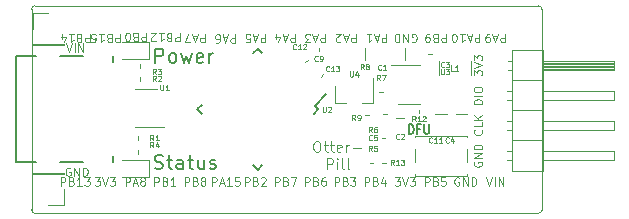
<source format=gto>
G04 #@! TF.GenerationSoftware,KiCad,Pcbnew,5.1.5+dfsg1-2build2*
G04 #@! TF.CreationDate,2020-09-14T17:30:23+02:00*
G04 #@! TF.ProjectId,OtterPillG,4f747465-7250-4696-9c6c-472e6b696361,rev?*
G04 #@! TF.SameCoordinates,Original*
G04 #@! TF.FileFunction,Legend,Top*
G04 #@! TF.FilePolarity,Positive*
%FSLAX46Y46*%
G04 Gerber Fmt 4.6, Leading zero omitted, Abs format (unit mm)*
G04 Created by KiCad (PCBNEW 5.1.5+dfsg1-2build2) date 2020-09-14 17:30:23*
%MOMM*%
%LPD*%
G04 APERTURE LIST*
%ADD10C,0.120000*%
%ADD11C,0.100000*%
%ADD12C,0.150000*%
%ADD13C,0.050000*%
%ADD14C,0.112500*%
G04 APERTURE END LIST*
D10*
X44078571Y-31272142D02*
X44250000Y-31272142D01*
X44335714Y-31315000D01*
X44421428Y-31400714D01*
X44464285Y-31572142D01*
X44464285Y-31872142D01*
X44421428Y-32043571D01*
X44335714Y-32129285D01*
X44250000Y-32172142D01*
X44078571Y-32172142D01*
X43992857Y-32129285D01*
X43907142Y-32043571D01*
X43864285Y-31872142D01*
X43864285Y-31572142D01*
X43907142Y-31400714D01*
X43992857Y-31315000D01*
X44078571Y-31272142D01*
X44721428Y-31572142D02*
X45064285Y-31572142D01*
X44850000Y-31272142D02*
X44850000Y-32043571D01*
X44892857Y-32129285D01*
X44978571Y-32172142D01*
X45064285Y-32172142D01*
X45235714Y-31572142D02*
X45578571Y-31572142D01*
X45364285Y-31272142D02*
X45364285Y-32043571D01*
X45407142Y-32129285D01*
X45492857Y-32172142D01*
X45578571Y-32172142D01*
X46221428Y-32129285D02*
X46135714Y-32172142D01*
X45964285Y-32172142D01*
X45878571Y-32129285D01*
X45835714Y-32043571D01*
X45835714Y-31700714D01*
X45878571Y-31615000D01*
X45964285Y-31572142D01*
X46135714Y-31572142D01*
X46221428Y-31615000D01*
X46264285Y-31700714D01*
X46264285Y-31786428D01*
X45835714Y-31872142D01*
X46650000Y-32172142D02*
X46650000Y-31572142D01*
X46650000Y-31743571D02*
X46692857Y-31657857D01*
X46735714Y-31615000D01*
X46821428Y-31572142D01*
X46907142Y-31572142D01*
X47207142Y-31829285D02*
X47892857Y-31829285D01*
X44978571Y-33642142D02*
X44978571Y-32742142D01*
X45321428Y-32742142D01*
X45407142Y-32785000D01*
X45450000Y-32827857D01*
X45492857Y-32913571D01*
X45492857Y-33042142D01*
X45450000Y-33127857D01*
X45407142Y-33170714D01*
X45321428Y-33213571D01*
X44978571Y-33213571D01*
X45878571Y-33642142D02*
X45878571Y-33042142D01*
X45878571Y-32742142D02*
X45835714Y-32785000D01*
X45878571Y-32827857D01*
X45921428Y-32785000D01*
X45878571Y-32742142D01*
X45878571Y-32827857D01*
X46435714Y-33642142D02*
X46350000Y-33599285D01*
X46307142Y-33513571D01*
X46307142Y-32742142D01*
X46907142Y-33642142D02*
X46821428Y-33599285D01*
X46778571Y-33513571D01*
X46778571Y-32742142D01*
D11*
X57436666Y-25706666D02*
X57436666Y-25273333D01*
X57703333Y-25506666D01*
X57703333Y-25406666D01*
X57736666Y-25340000D01*
X57770000Y-25306666D01*
X57836666Y-25273333D01*
X58003333Y-25273333D01*
X58070000Y-25306666D01*
X58103333Y-25340000D01*
X58136666Y-25406666D01*
X58136666Y-25606666D01*
X58103333Y-25673333D01*
X58070000Y-25706666D01*
X57436666Y-25073333D02*
X58136666Y-24840000D01*
X57436666Y-24606666D01*
X57436666Y-24440000D02*
X57436666Y-24006666D01*
X57703333Y-24240000D01*
X57703333Y-24140000D01*
X57736666Y-24073333D01*
X57770000Y-24040000D01*
X57836666Y-24006666D01*
X58003333Y-24006666D01*
X58070000Y-24040000D01*
X58103333Y-24073333D01*
X58136666Y-24140000D01*
X58136666Y-24340000D01*
X58103333Y-24406666D01*
X58070000Y-24440000D01*
X22943333Y-22986666D02*
X23176666Y-23686666D01*
X23410000Y-22986666D01*
X23643333Y-23686666D02*
X23643333Y-22986666D01*
X23976666Y-23686666D02*
X23976666Y-22986666D01*
X24376666Y-23686666D01*
X24376666Y-22986666D01*
X23276666Y-33540000D02*
X23210000Y-33506666D01*
X23110000Y-33506666D01*
X23010000Y-33540000D01*
X22943333Y-33606666D01*
X22910000Y-33673333D01*
X22876666Y-33806666D01*
X22876666Y-33906666D01*
X22910000Y-34040000D01*
X22943333Y-34106666D01*
X23010000Y-34173333D01*
X23110000Y-34206666D01*
X23176666Y-34206666D01*
X23276666Y-34173333D01*
X23310000Y-34140000D01*
X23310000Y-33906666D01*
X23176666Y-33906666D01*
X23610000Y-34206666D02*
X23610000Y-33506666D01*
X24010000Y-34206666D01*
X24010000Y-33506666D01*
X24343333Y-34206666D02*
X24343333Y-33506666D01*
X24510000Y-33506666D01*
X24610000Y-33540000D01*
X24676666Y-33606666D01*
X24710000Y-33673333D01*
X24743333Y-33806666D01*
X24743333Y-33906666D01*
X24710000Y-34040000D01*
X24676666Y-34106666D01*
X24610000Y-34173333D01*
X24510000Y-34206666D01*
X24343333Y-34206666D01*
X29696666Y-22093333D02*
X29696666Y-22793333D01*
X29430000Y-22793333D01*
X29363333Y-22760000D01*
X29330000Y-22726666D01*
X29296666Y-22660000D01*
X29296666Y-22560000D01*
X29330000Y-22493333D01*
X29363333Y-22460000D01*
X29430000Y-22426666D01*
X29696666Y-22426666D01*
X28763333Y-22460000D02*
X28663333Y-22426666D01*
X28630000Y-22393333D01*
X28596666Y-22326666D01*
X28596666Y-22226666D01*
X28630000Y-22160000D01*
X28663333Y-22126666D01*
X28730000Y-22093333D01*
X28996666Y-22093333D01*
X28996666Y-22793333D01*
X28763333Y-22793333D01*
X28696666Y-22760000D01*
X28663333Y-22726666D01*
X28630000Y-22660000D01*
X28630000Y-22593333D01*
X28663333Y-22526666D01*
X28696666Y-22493333D01*
X28763333Y-22460000D01*
X28996666Y-22460000D01*
X28163333Y-22793333D02*
X28096666Y-22793333D01*
X28030000Y-22760000D01*
X27996666Y-22726666D01*
X27963333Y-22660000D01*
X27930000Y-22526666D01*
X27930000Y-22360000D01*
X27963333Y-22226666D01*
X27996666Y-22160000D01*
X28030000Y-22126666D01*
X28096666Y-22093333D01*
X28163333Y-22093333D01*
X28230000Y-22126666D01*
X28263333Y-22160000D01*
X28296666Y-22226666D01*
X28330000Y-22360000D01*
X28330000Y-22526666D01*
X28296666Y-22660000D01*
X28263333Y-22726666D01*
X28230000Y-22760000D01*
X28163333Y-22793333D01*
X24925000Y-22183333D02*
X24925000Y-22883333D01*
X24658333Y-22883333D01*
X24591666Y-22850000D01*
X24558333Y-22816666D01*
X24525000Y-22750000D01*
X24525000Y-22650000D01*
X24558333Y-22583333D01*
X24591666Y-22550000D01*
X24658333Y-22516666D01*
X24925000Y-22516666D01*
X23991666Y-22550000D02*
X23891666Y-22516666D01*
X23858333Y-22483333D01*
X23825000Y-22416666D01*
X23825000Y-22316666D01*
X23858333Y-22250000D01*
X23891666Y-22216666D01*
X23958333Y-22183333D01*
X24225000Y-22183333D01*
X24225000Y-22883333D01*
X23991666Y-22883333D01*
X23925000Y-22850000D01*
X23891666Y-22816666D01*
X23858333Y-22750000D01*
X23858333Y-22683333D01*
X23891666Y-22616666D01*
X23925000Y-22583333D01*
X23991666Y-22550000D01*
X24225000Y-22550000D01*
X23158333Y-22183333D02*
X23558333Y-22183333D01*
X23358333Y-22183333D02*
X23358333Y-22883333D01*
X23425000Y-22783333D01*
X23491666Y-22716666D01*
X23558333Y-22683333D01*
X22558333Y-22650000D02*
X22558333Y-22183333D01*
X22725000Y-22916666D02*
X22891666Y-22416666D01*
X22458333Y-22416666D01*
X27475000Y-22183333D02*
X27475000Y-22883333D01*
X27208333Y-22883333D01*
X27141666Y-22850000D01*
X27108333Y-22816666D01*
X27075000Y-22750000D01*
X27075000Y-22650000D01*
X27108333Y-22583333D01*
X27141666Y-22550000D01*
X27208333Y-22516666D01*
X27475000Y-22516666D01*
X26541666Y-22550000D02*
X26441666Y-22516666D01*
X26408333Y-22483333D01*
X26375000Y-22416666D01*
X26375000Y-22316666D01*
X26408333Y-22250000D01*
X26441666Y-22216666D01*
X26508333Y-22183333D01*
X26775000Y-22183333D01*
X26775000Y-22883333D01*
X26541666Y-22883333D01*
X26475000Y-22850000D01*
X26441666Y-22816666D01*
X26408333Y-22750000D01*
X26408333Y-22683333D01*
X26441666Y-22616666D01*
X26475000Y-22583333D01*
X26541666Y-22550000D01*
X26775000Y-22550000D01*
X25708333Y-22183333D02*
X26108333Y-22183333D01*
X25908333Y-22183333D02*
X25908333Y-22883333D01*
X25975000Y-22783333D01*
X26041666Y-22716666D01*
X26108333Y-22683333D01*
X25075000Y-22883333D02*
X25408333Y-22883333D01*
X25441666Y-22550000D01*
X25408333Y-22583333D01*
X25341666Y-22616666D01*
X25175000Y-22616666D01*
X25108333Y-22583333D01*
X25075000Y-22550000D01*
X25041666Y-22483333D01*
X25041666Y-22316666D01*
X25075000Y-22250000D01*
X25108333Y-22216666D01*
X25175000Y-22183333D01*
X25341666Y-22183333D01*
X25408333Y-22216666D01*
X25441666Y-22250000D01*
X32550000Y-22133333D02*
X32550000Y-22833333D01*
X32283333Y-22833333D01*
X32216666Y-22800000D01*
X32183333Y-22766666D01*
X32150000Y-22700000D01*
X32150000Y-22600000D01*
X32183333Y-22533333D01*
X32216666Y-22500000D01*
X32283333Y-22466666D01*
X32550000Y-22466666D01*
X31616666Y-22500000D02*
X31516666Y-22466666D01*
X31483333Y-22433333D01*
X31450000Y-22366666D01*
X31450000Y-22266666D01*
X31483333Y-22200000D01*
X31516666Y-22166666D01*
X31583333Y-22133333D01*
X31850000Y-22133333D01*
X31850000Y-22833333D01*
X31616666Y-22833333D01*
X31550000Y-22800000D01*
X31516666Y-22766666D01*
X31483333Y-22700000D01*
X31483333Y-22633333D01*
X31516666Y-22566666D01*
X31550000Y-22533333D01*
X31616666Y-22500000D01*
X31850000Y-22500000D01*
X30783333Y-22133333D02*
X31183333Y-22133333D01*
X30983333Y-22133333D02*
X30983333Y-22833333D01*
X31050000Y-22733333D01*
X31116666Y-22666666D01*
X31183333Y-22633333D01*
X30516666Y-22766666D02*
X30483333Y-22800000D01*
X30416666Y-22833333D01*
X30250000Y-22833333D01*
X30183333Y-22800000D01*
X30150000Y-22766666D01*
X30116666Y-22700000D01*
X30116666Y-22633333D01*
X30150000Y-22533333D01*
X30550000Y-22133333D01*
X30116666Y-22133333D01*
X34666666Y-22183333D02*
X34666666Y-22883333D01*
X34400000Y-22883333D01*
X34333333Y-22850000D01*
X34300000Y-22816666D01*
X34266666Y-22750000D01*
X34266666Y-22650000D01*
X34300000Y-22583333D01*
X34333333Y-22550000D01*
X34400000Y-22516666D01*
X34666666Y-22516666D01*
X34000000Y-22383333D02*
X33666666Y-22383333D01*
X34066666Y-22183333D02*
X33833333Y-22883333D01*
X33600000Y-22183333D01*
X33433333Y-22883333D02*
X32966666Y-22883333D01*
X33266666Y-22183333D01*
X37241666Y-22233333D02*
X37241666Y-22933333D01*
X36975000Y-22933333D01*
X36908333Y-22900000D01*
X36875000Y-22866666D01*
X36841666Y-22800000D01*
X36841666Y-22700000D01*
X36875000Y-22633333D01*
X36908333Y-22600000D01*
X36975000Y-22566666D01*
X37241666Y-22566666D01*
X36575000Y-22433333D02*
X36241666Y-22433333D01*
X36641666Y-22233333D02*
X36408333Y-22933333D01*
X36175000Y-22233333D01*
X35641666Y-22933333D02*
X35775000Y-22933333D01*
X35841666Y-22900000D01*
X35875000Y-22866666D01*
X35941666Y-22766666D01*
X35975000Y-22633333D01*
X35975000Y-22366666D01*
X35941666Y-22300000D01*
X35908333Y-22266666D01*
X35841666Y-22233333D01*
X35708333Y-22233333D01*
X35641666Y-22266666D01*
X35608333Y-22300000D01*
X35575000Y-22366666D01*
X35575000Y-22533333D01*
X35608333Y-22600000D01*
X35641666Y-22633333D01*
X35708333Y-22666666D01*
X35841666Y-22666666D01*
X35908333Y-22633333D01*
X35941666Y-22600000D01*
X35975000Y-22533333D01*
X39791666Y-22183333D02*
X39791666Y-22883333D01*
X39525000Y-22883333D01*
X39458333Y-22850000D01*
X39425000Y-22816666D01*
X39391666Y-22750000D01*
X39391666Y-22650000D01*
X39425000Y-22583333D01*
X39458333Y-22550000D01*
X39525000Y-22516666D01*
X39791666Y-22516666D01*
X39125000Y-22383333D02*
X38791666Y-22383333D01*
X39191666Y-22183333D02*
X38958333Y-22883333D01*
X38725000Y-22183333D01*
X38158333Y-22883333D02*
X38491666Y-22883333D01*
X38525000Y-22550000D01*
X38491666Y-22583333D01*
X38425000Y-22616666D01*
X38258333Y-22616666D01*
X38191666Y-22583333D01*
X38158333Y-22550000D01*
X38125000Y-22483333D01*
X38125000Y-22316666D01*
X38158333Y-22250000D01*
X38191666Y-22216666D01*
X38258333Y-22183333D01*
X38425000Y-22183333D01*
X38491666Y-22216666D01*
X38525000Y-22250000D01*
X42316666Y-22183333D02*
X42316666Y-22883333D01*
X42050000Y-22883333D01*
X41983333Y-22850000D01*
X41950000Y-22816666D01*
X41916666Y-22750000D01*
X41916666Y-22650000D01*
X41950000Y-22583333D01*
X41983333Y-22550000D01*
X42050000Y-22516666D01*
X42316666Y-22516666D01*
X41650000Y-22383333D02*
X41316666Y-22383333D01*
X41716666Y-22183333D02*
X41483333Y-22883333D01*
X41250000Y-22183333D01*
X40716666Y-22650000D02*
X40716666Y-22183333D01*
X40883333Y-22916666D02*
X41050000Y-22416666D01*
X40616666Y-22416666D01*
X44841666Y-22183333D02*
X44841666Y-22883333D01*
X44575000Y-22883333D01*
X44508333Y-22850000D01*
X44475000Y-22816666D01*
X44441666Y-22750000D01*
X44441666Y-22650000D01*
X44475000Y-22583333D01*
X44508333Y-22550000D01*
X44575000Y-22516666D01*
X44841666Y-22516666D01*
X44175000Y-22383333D02*
X43841666Y-22383333D01*
X44241666Y-22183333D02*
X44008333Y-22883333D01*
X43775000Y-22183333D01*
X43608333Y-22883333D02*
X43175000Y-22883333D01*
X43408333Y-22616666D01*
X43308333Y-22616666D01*
X43241666Y-22583333D01*
X43208333Y-22550000D01*
X43175000Y-22483333D01*
X43175000Y-22316666D01*
X43208333Y-22250000D01*
X43241666Y-22216666D01*
X43308333Y-22183333D01*
X43508333Y-22183333D01*
X43575000Y-22216666D01*
X43608333Y-22250000D01*
X47446666Y-22183333D02*
X47446666Y-22883333D01*
X47180000Y-22883333D01*
X47113333Y-22850000D01*
X47080000Y-22816666D01*
X47046666Y-22750000D01*
X47046666Y-22650000D01*
X47080000Y-22583333D01*
X47113333Y-22550000D01*
X47180000Y-22516666D01*
X47446666Y-22516666D01*
X46780000Y-22383333D02*
X46446666Y-22383333D01*
X46846666Y-22183333D02*
X46613333Y-22883333D01*
X46380000Y-22183333D01*
X46180000Y-22816666D02*
X46146666Y-22850000D01*
X46080000Y-22883333D01*
X45913333Y-22883333D01*
X45846666Y-22850000D01*
X45813333Y-22816666D01*
X45780000Y-22750000D01*
X45780000Y-22683333D01*
X45813333Y-22583333D01*
X46213333Y-22183333D01*
X45780000Y-22183333D01*
X50046666Y-22183333D02*
X50046666Y-22883333D01*
X49780000Y-22883333D01*
X49713333Y-22850000D01*
X49680000Y-22816666D01*
X49646666Y-22750000D01*
X49646666Y-22650000D01*
X49680000Y-22583333D01*
X49713333Y-22550000D01*
X49780000Y-22516666D01*
X50046666Y-22516666D01*
X49380000Y-22383333D02*
X49046666Y-22383333D01*
X49446666Y-22183333D02*
X49213333Y-22883333D01*
X48980000Y-22183333D01*
X48380000Y-22183333D02*
X48780000Y-22183333D01*
X48580000Y-22183333D02*
X48580000Y-22883333D01*
X48646666Y-22783333D01*
X48713333Y-22716666D01*
X48780000Y-22683333D01*
X52208333Y-22850000D02*
X52275000Y-22883333D01*
X52375000Y-22883333D01*
X52475000Y-22850000D01*
X52541666Y-22783333D01*
X52575000Y-22716666D01*
X52608333Y-22583333D01*
X52608333Y-22483333D01*
X52575000Y-22350000D01*
X52541666Y-22283333D01*
X52475000Y-22216666D01*
X52375000Y-22183333D01*
X52308333Y-22183333D01*
X52208333Y-22216666D01*
X52175000Y-22250000D01*
X52175000Y-22483333D01*
X52308333Y-22483333D01*
X51875000Y-22183333D02*
X51875000Y-22883333D01*
X51475000Y-22183333D01*
X51475000Y-22883333D01*
X51141666Y-22183333D02*
X51141666Y-22883333D01*
X50975000Y-22883333D01*
X50875000Y-22850000D01*
X50808333Y-22783333D01*
X50775000Y-22716666D01*
X50741666Y-22583333D01*
X50741666Y-22483333D01*
X50775000Y-22350000D01*
X50808333Y-22283333D01*
X50875000Y-22216666D01*
X50975000Y-22183333D01*
X51141666Y-22183333D01*
X55091666Y-22183333D02*
X55091666Y-22883333D01*
X54825000Y-22883333D01*
X54758333Y-22850000D01*
X54725000Y-22816666D01*
X54691666Y-22750000D01*
X54691666Y-22650000D01*
X54725000Y-22583333D01*
X54758333Y-22550000D01*
X54825000Y-22516666D01*
X55091666Y-22516666D01*
X54158333Y-22550000D02*
X54058333Y-22516666D01*
X54025000Y-22483333D01*
X53991666Y-22416666D01*
X53991666Y-22316666D01*
X54025000Y-22250000D01*
X54058333Y-22216666D01*
X54125000Y-22183333D01*
X54391666Y-22183333D01*
X54391666Y-22883333D01*
X54158333Y-22883333D01*
X54091666Y-22850000D01*
X54058333Y-22816666D01*
X54025000Y-22750000D01*
X54025000Y-22683333D01*
X54058333Y-22616666D01*
X54091666Y-22583333D01*
X54158333Y-22550000D01*
X54391666Y-22550000D01*
X53658333Y-22183333D02*
X53525000Y-22183333D01*
X53458333Y-22216666D01*
X53425000Y-22250000D01*
X53358333Y-22350000D01*
X53325000Y-22483333D01*
X53325000Y-22750000D01*
X53358333Y-22816666D01*
X53391666Y-22850000D01*
X53458333Y-22883333D01*
X53591666Y-22883333D01*
X53658333Y-22850000D01*
X53691666Y-22816666D01*
X53725000Y-22750000D01*
X53725000Y-22583333D01*
X53691666Y-22516666D01*
X53658333Y-22483333D01*
X53591666Y-22450000D01*
X53458333Y-22450000D01*
X53391666Y-22483333D01*
X53358333Y-22516666D01*
X53325000Y-22583333D01*
X57925000Y-22183333D02*
X57925000Y-22883333D01*
X57658333Y-22883333D01*
X57591666Y-22850000D01*
X57558333Y-22816666D01*
X57525000Y-22750000D01*
X57525000Y-22650000D01*
X57558333Y-22583333D01*
X57591666Y-22550000D01*
X57658333Y-22516666D01*
X57925000Y-22516666D01*
X57258333Y-22383333D02*
X56925000Y-22383333D01*
X57325000Y-22183333D02*
X57091666Y-22883333D01*
X56858333Y-22183333D01*
X56258333Y-22183333D02*
X56658333Y-22183333D01*
X56458333Y-22183333D02*
X56458333Y-22883333D01*
X56525000Y-22783333D01*
X56591666Y-22716666D01*
X56658333Y-22683333D01*
X55825000Y-22883333D02*
X55758333Y-22883333D01*
X55691666Y-22850000D01*
X55658333Y-22816666D01*
X55625000Y-22750000D01*
X55591666Y-22616666D01*
X55591666Y-22450000D01*
X55625000Y-22316666D01*
X55658333Y-22250000D01*
X55691666Y-22216666D01*
X55758333Y-22183333D01*
X55825000Y-22183333D01*
X55891666Y-22216666D01*
X55925000Y-22250000D01*
X55958333Y-22316666D01*
X55991666Y-22450000D01*
X55991666Y-22616666D01*
X55958333Y-22750000D01*
X55925000Y-22816666D01*
X55891666Y-22850000D01*
X55825000Y-22883333D01*
X60091666Y-22183333D02*
X60091666Y-22883333D01*
X59825000Y-22883333D01*
X59758333Y-22850000D01*
X59725000Y-22816666D01*
X59691666Y-22750000D01*
X59691666Y-22650000D01*
X59725000Y-22583333D01*
X59758333Y-22550000D01*
X59825000Y-22516666D01*
X60091666Y-22516666D01*
X59425000Y-22383333D02*
X59091666Y-22383333D01*
X59491666Y-22183333D02*
X59258333Y-22883333D01*
X59025000Y-22183333D01*
X58758333Y-22183333D02*
X58625000Y-22183333D01*
X58558333Y-22216666D01*
X58525000Y-22250000D01*
X58458333Y-22350000D01*
X58425000Y-22483333D01*
X58425000Y-22750000D01*
X58458333Y-22816666D01*
X58491666Y-22850000D01*
X58558333Y-22883333D01*
X58691666Y-22883333D01*
X58758333Y-22850000D01*
X58791666Y-22816666D01*
X58825000Y-22750000D01*
X58825000Y-22583333D01*
X58791666Y-22516666D01*
X58758333Y-22483333D01*
X58691666Y-22450000D01*
X58558333Y-22450000D01*
X58491666Y-22483333D01*
X58458333Y-22516666D01*
X58425000Y-22583333D01*
X58508333Y-34341666D02*
X58741666Y-35041666D01*
X58975000Y-34341666D01*
X59208333Y-35041666D02*
X59208333Y-34341666D01*
X59541666Y-35041666D02*
X59541666Y-34341666D01*
X59941666Y-35041666D01*
X59941666Y-34341666D01*
X56191666Y-34375000D02*
X56125000Y-34341666D01*
X56025000Y-34341666D01*
X55925000Y-34375000D01*
X55858333Y-34441666D01*
X55825000Y-34508333D01*
X55791666Y-34641666D01*
X55791666Y-34741666D01*
X55825000Y-34875000D01*
X55858333Y-34941666D01*
X55925000Y-35008333D01*
X56025000Y-35041666D01*
X56091666Y-35041666D01*
X56191666Y-35008333D01*
X56225000Y-34975000D01*
X56225000Y-34741666D01*
X56091666Y-34741666D01*
X56525000Y-35041666D02*
X56525000Y-34341666D01*
X56925000Y-35041666D01*
X56925000Y-34341666D01*
X57258333Y-35041666D02*
X57258333Y-34341666D01*
X57425000Y-34341666D01*
X57525000Y-34375000D01*
X57591666Y-34441666D01*
X57625000Y-34508333D01*
X57658333Y-34641666D01*
X57658333Y-34741666D01*
X57625000Y-34875000D01*
X57591666Y-34941666D01*
X57525000Y-35008333D01*
X57425000Y-35041666D01*
X57258333Y-35041666D01*
X53308333Y-35041666D02*
X53308333Y-34341666D01*
X53575000Y-34341666D01*
X53641666Y-34375000D01*
X53675000Y-34408333D01*
X53708333Y-34475000D01*
X53708333Y-34575000D01*
X53675000Y-34641666D01*
X53641666Y-34675000D01*
X53575000Y-34708333D01*
X53308333Y-34708333D01*
X54241666Y-34675000D02*
X54341666Y-34708333D01*
X54375000Y-34741666D01*
X54408333Y-34808333D01*
X54408333Y-34908333D01*
X54375000Y-34975000D01*
X54341666Y-35008333D01*
X54275000Y-35041666D01*
X54008333Y-35041666D01*
X54008333Y-34341666D01*
X54241666Y-34341666D01*
X54308333Y-34375000D01*
X54341666Y-34408333D01*
X54375000Y-34475000D01*
X54375000Y-34541666D01*
X54341666Y-34608333D01*
X54308333Y-34641666D01*
X54241666Y-34675000D01*
X54008333Y-34675000D01*
X55041666Y-34341666D02*
X54708333Y-34341666D01*
X54675000Y-34675000D01*
X54708333Y-34641666D01*
X54775000Y-34608333D01*
X54941666Y-34608333D01*
X55008333Y-34641666D01*
X55041666Y-34675000D01*
X55075000Y-34741666D01*
X55075000Y-34908333D01*
X55041666Y-34975000D01*
X55008333Y-35008333D01*
X54941666Y-35041666D01*
X54775000Y-35041666D01*
X54708333Y-35008333D01*
X54675000Y-34975000D01*
X50758333Y-34341666D02*
X51191666Y-34341666D01*
X50958333Y-34608333D01*
X51058333Y-34608333D01*
X51125000Y-34641666D01*
X51158333Y-34675000D01*
X51191666Y-34741666D01*
X51191666Y-34908333D01*
X51158333Y-34975000D01*
X51125000Y-35008333D01*
X51058333Y-35041666D01*
X50858333Y-35041666D01*
X50791666Y-35008333D01*
X50758333Y-34975000D01*
X51391666Y-34341666D02*
X51625000Y-35041666D01*
X51858333Y-34341666D01*
X52025000Y-34341666D02*
X52458333Y-34341666D01*
X52225000Y-34608333D01*
X52325000Y-34608333D01*
X52391666Y-34641666D01*
X52425000Y-34675000D01*
X52458333Y-34741666D01*
X52458333Y-34908333D01*
X52425000Y-34975000D01*
X52391666Y-35008333D01*
X52325000Y-35041666D01*
X52125000Y-35041666D01*
X52058333Y-35008333D01*
X52025000Y-34975000D01*
X48208333Y-35041666D02*
X48208333Y-34341666D01*
X48475000Y-34341666D01*
X48541666Y-34375000D01*
X48575000Y-34408333D01*
X48608333Y-34475000D01*
X48608333Y-34575000D01*
X48575000Y-34641666D01*
X48541666Y-34675000D01*
X48475000Y-34708333D01*
X48208333Y-34708333D01*
X49141666Y-34675000D02*
X49241666Y-34708333D01*
X49275000Y-34741666D01*
X49308333Y-34808333D01*
X49308333Y-34908333D01*
X49275000Y-34975000D01*
X49241666Y-35008333D01*
X49175000Y-35041666D01*
X48908333Y-35041666D01*
X48908333Y-34341666D01*
X49141666Y-34341666D01*
X49208333Y-34375000D01*
X49241666Y-34408333D01*
X49275000Y-34475000D01*
X49275000Y-34541666D01*
X49241666Y-34608333D01*
X49208333Y-34641666D01*
X49141666Y-34675000D01*
X48908333Y-34675000D01*
X49908333Y-34575000D02*
X49908333Y-35041666D01*
X49741666Y-34308333D02*
X49575000Y-34808333D01*
X50008333Y-34808333D01*
X45658333Y-35041666D02*
X45658333Y-34341666D01*
X45925000Y-34341666D01*
X45991666Y-34375000D01*
X46025000Y-34408333D01*
X46058333Y-34475000D01*
X46058333Y-34575000D01*
X46025000Y-34641666D01*
X45991666Y-34675000D01*
X45925000Y-34708333D01*
X45658333Y-34708333D01*
X46591666Y-34675000D02*
X46691666Y-34708333D01*
X46725000Y-34741666D01*
X46758333Y-34808333D01*
X46758333Y-34908333D01*
X46725000Y-34975000D01*
X46691666Y-35008333D01*
X46625000Y-35041666D01*
X46358333Y-35041666D01*
X46358333Y-34341666D01*
X46591666Y-34341666D01*
X46658333Y-34375000D01*
X46691666Y-34408333D01*
X46725000Y-34475000D01*
X46725000Y-34541666D01*
X46691666Y-34608333D01*
X46658333Y-34641666D01*
X46591666Y-34675000D01*
X46358333Y-34675000D01*
X46991666Y-34341666D02*
X47425000Y-34341666D01*
X47191666Y-34608333D01*
X47291666Y-34608333D01*
X47358333Y-34641666D01*
X47391666Y-34675000D01*
X47425000Y-34741666D01*
X47425000Y-34908333D01*
X47391666Y-34975000D01*
X47358333Y-35008333D01*
X47291666Y-35041666D01*
X47091666Y-35041666D01*
X47025000Y-35008333D01*
X46991666Y-34975000D01*
X43158333Y-35041666D02*
X43158333Y-34341666D01*
X43425000Y-34341666D01*
X43491666Y-34375000D01*
X43525000Y-34408333D01*
X43558333Y-34475000D01*
X43558333Y-34575000D01*
X43525000Y-34641666D01*
X43491666Y-34675000D01*
X43425000Y-34708333D01*
X43158333Y-34708333D01*
X44091666Y-34675000D02*
X44191666Y-34708333D01*
X44225000Y-34741666D01*
X44258333Y-34808333D01*
X44258333Y-34908333D01*
X44225000Y-34975000D01*
X44191666Y-35008333D01*
X44125000Y-35041666D01*
X43858333Y-35041666D01*
X43858333Y-34341666D01*
X44091666Y-34341666D01*
X44158333Y-34375000D01*
X44191666Y-34408333D01*
X44225000Y-34475000D01*
X44225000Y-34541666D01*
X44191666Y-34608333D01*
X44158333Y-34641666D01*
X44091666Y-34675000D01*
X43858333Y-34675000D01*
X44858333Y-34341666D02*
X44725000Y-34341666D01*
X44658333Y-34375000D01*
X44625000Y-34408333D01*
X44558333Y-34508333D01*
X44525000Y-34641666D01*
X44525000Y-34908333D01*
X44558333Y-34975000D01*
X44591666Y-35008333D01*
X44658333Y-35041666D01*
X44791666Y-35041666D01*
X44858333Y-35008333D01*
X44891666Y-34975000D01*
X44925000Y-34908333D01*
X44925000Y-34741666D01*
X44891666Y-34675000D01*
X44858333Y-34641666D01*
X44791666Y-34608333D01*
X44658333Y-34608333D01*
X44591666Y-34641666D01*
X44558333Y-34675000D01*
X44525000Y-34741666D01*
X40608333Y-35041666D02*
X40608333Y-34341666D01*
X40875000Y-34341666D01*
X40941666Y-34375000D01*
X40975000Y-34408333D01*
X41008333Y-34475000D01*
X41008333Y-34575000D01*
X40975000Y-34641666D01*
X40941666Y-34675000D01*
X40875000Y-34708333D01*
X40608333Y-34708333D01*
X41541666Y-34675000D02*
X41641666Y-34708333D01*
X41675000Y-34741666D01*
X41708333Y-34808333D01*
X41708333Y-34908333D01*
X41675000Y-34975000D01*
X41641666Y-35008333D01*
X41575000Y-35041666D01*
X41308333Y-35041666D01*
X41308333Y-34341666D01*
X41541666Y-34341666D01*
X41608333Y-34375000D01*
X41641666Y-34408333D01*
X41675000Y-34475000D01*
X41675000Y-34541666D01*
X41641666Y-34608333D01*
X41608333Y-34641666D01*
X41541666Y-34675000D01*
X41308333Y-34675000D01*
X41941666Y-34341666D02*
X42408333Y-34341666D01*
X42108333Y-35041666D01*
X38058333Y-35041666D02*
X38058333Y-34341666D01*
X38325000Y-34341666D01*
X38391666Y-34375000D01*
X38425000Y-34408333D01*
X38458333Y-34475000D01*
X38458333Y-34575000D01*
X38425000Y-34641666D01*
X38391666Y-34675000D01*
X38325000Y-34708333D01*
X38058333Y-34708333D01*
X38991666Y-34675000D02*
X39091666Y-34708333D01*
X39125000Y-34741666D01*
X39158333Y-34808333D01*
X39158333Y-34908333D01*
X39125000Y-34975000D01*
X39091666Y-35008333D01*
X39025000Y-35041666D01*
X38758333Y-35041666D01*
X38758333Y-34341666D01*
X38991666Y-34341666D01*
X39058333Y-34375000D01*
X39091666Y-34408333D01*
X39125000Y-34475000D01*
X39125000Y-34541666D01*
X39091666Y-34608333D01*
X39058333Y-34641666D01*
X38991666Y-34675000D01*
X38758333Y-34675000D01*
X39425000Y-34408333D02*
X39458333Y-34375000D01*
X39525000Y-34341666D01*
X39691666Y-34341666D01*
X39758333Y-34375000D01*
X39791666Y-34408333D01*
X39825000Y-34475000D01*
X39825000Y-34541666D01*
X39791666Y-34641666D01*
X39391666Y-35041666D01*
X39825000Y-35041666D01*
X35275000Y-35041666D02*
X35275000Y-34341666D01*
X35541666Y-34341666D01*
X35608333Y-34375000D01*
X35641666Y-34408333D01*
X35675000Y-34475000D01*
X35675000Y-34575000D01*
X35641666Y-34641666D01*
X35608333Y-34675000D01*
X35541666Y-34708333D01*
X35275000Y-34708333D01*
X35941666Y-34841666D02*
X36275000Y-34841666D01*
X35875000Y-35041666D02*
X36108333Y-34341666D01*
X36341666Y-35041666D01*
X36941666Y-35041666D02*
X36541666Y-35041666D01*
X36741666Y-35041666D02*
X36741666Y-34341666D01*
X36675000Y-34441666D01*
X36608333Y-34508333D01*
X36541666Y-34541666D01*
X37575000Y-34341666D02*
X37241666Y-34341666D01*
X37208333Y-34675000D01*
X37241666Y-34641666D01*
X37308333Y-34608333D01*
X37475000Y-34608333D01*
X37541666Y-34641666D01*
X37575000Y-34675000D01*
X37608333Y-34741666D01*
X37608333Y-34908333D01*
X37575000Y-34975000D01*
X37541666Y-35008333D01*
X37475000Y-35041666D01*
X37308333Y-35041666D01*
X37241666Y-35008333D01*
X37208333Y-34975000D01*
X32958333Y-35041666D02*
X32958333Y-34341666D01*
X33225000Y-34341666D01*
X33291666Y-34375000D01*
X33325000Y-34408333D01*
X33358333Y-34475000D01*
X33358333Y-34575000D01*
X33325000Y-34641666D01*
X33291666Y-34675000D01*
X33225000Y-34708333D01*
X32958333Y-34708333D01*
X33891666Y-34675000D02*
X33991666Y-34708333D01*
X34025000Y-34741666D01*
X34058333Y-34808333D01*
X34058333Y-34908333D01*
X34025000Y-34975000D01*
X33991666Y-35008333D01*
X33925000Y-35041666D01*
X33658333Y-35041666D01*
X33658333Y-34341666D01*
X33891666Y-34341666D01*
X33958333Y-34375000D01*
X33991666Y-34408333D01*
X34025000Y-34475000D01*
X34025000Y-34541666D01*
X33991666Y-34608333D01*
X33958333Y-34641666D01*
X33891666Y-34675000D01*
X33658333Y-34675000D01*
X34458333Y-34641666D02*
X34391666Y-34608333D01*
X34358333Y-34575000D01*
X34325000Y-34508333D01*
X34325000Y-34475000D01*
X34358333Y-34408333D01*
X34391666Y-34375000D01*
X34458333Y-34341666D01*
X34591666Y-34341666D01*
X34658333Y-34375000D01*
X34691666Y-34408333D01*
X34725000Y-34475000D01*
X34725000Y-34508333D01*
X34691666Y-34575000D01*
X34658333Y-34608333D01*
X34591666Y-34641666D01*
X34458333Y-34641666D01*
X34391666Y-34675000D01*
X34358333Y-34708333D01*
X34325000Y-34775000D01*
X34325000Y-34908333D01*
X34358333Y-34975000D01*
X34391666Y-35008333D01*
X34458333Y-35041666D01*
X34591666Y-35041666D01*
X34658333Y-35008333D01*
X34691666Y-34975000D01*
X34725000Y-34908333D01*
X34725000Y-34775000D01*
X34691666Y-34708333D01*
X34658333Y-34675000D01*
X34591666Y-34641666D01*
X30408333Y-35041666D02*
X30408333Y-34341666D01*
X30675000Y-34341666D01*
X30741666Y-34375000D01*
X30775000Y-34408333D01*
X30808333Y-34475000D01*
X30808333Y-34575000D01*
X30775000Y-34641666D01*
X30741666Y-34675000D01*
X30675000Y-34708333D01*
X30408333Y-34708333D01*
X31341666Y-34675000D02*
X31441666Y-34708333D01*
X31475000Y-34741666D01*
X31508333Y-34808333D01*
X31508333Y-34908333D01*
X31475000Y-34975000D01*
X31441666Y-35008333D01*
X31375000Y-35041666D01*
X31108333Y-35041666D01*
X31108333Y-34341666D01*
X31341666Y-34341666D01*
X31408333Y-34375000D01*
X31441666Y-34408333D01*
X31475000Y-34475000D01*
X31475000Y-34541666D01*
X31441666Y-34608333D01*
X31408333Y-34641666D01*
X31341666Y-34675000D01*
X31108333Y-34675000D01*
X32175000Y-35041666D02*
X31775000Y-35041666D01*
X31975000Y-35041666D02*
X31975000Y-34341666D01*
X31908333Y-34441666D01*
X31841666Y-34508333D01*
X31775000Y-34541666D01*
X27958333Y-35041666D02*
X27958333Y-34341666D01*
X28225000Y-34341666D01*
X28291666Y-34375000D01*
X28325000Y-34408333D01*
X28358333Y-34475000D01*
X28358333Y-34575000D01*
X28325000Y-34641666D01*
X28291666Y-34675000D01*
X28225000Y-34708333D01*
X27958333Y-34708333D01*
X28625000Y-34841666D02*
X28958333Y-34841666D01*
X28558333Y-35041666D02*
X28791666Y-34341666D01*
X29025000Y-35041666D01*
X29358333Y-34641666D02*
X29291666Y-34608333D01*
X29258333Y-34575000D01*
X29225000Y-34508333D01*
X29225000Y-34475000D01*
X29258333Y-34408333D01*
X29291666Y-34375000D01*
X29358333Y-34341666D01*
X29491666Y-34341666D01*
X29558333Y-34375000D01*
X29591666Y-34408333D01*
X29625000Y-34475000D01*
X29625000Y-34508333D01*
X29591666Y-34575000D01*
X29558333Y-34608333D01*
X29491666Y-34641666D01*
X29358333Y-34641666D01*
X29291666Y-34675000D01*
X29258333Y-34708333D01*
X29225000Y-34775000D01*
X29225000Y-34908333D01*
X29258333Y-34975000D01*
X29291666Y-35008333D01*
X29358333Y-35041666D01*
X29491666Y-35041666D01*
X29558333Y-35008333D01*
X29591666Y-34975000D01*
X29625000Y-34908333D01*
X29625000Y-34775000D01*
X29591666Y-34708333D01*
X29558333Y-34675000D01*
X29491666Y-34641666D01*
X22475000Y-35041666D02*
X22475000Y-34341666D01*
X22741666Y-34341666D01*
X22808333Y-34375000D01*
X22841666Y-34408333D01*
X22875000Y-34475000D01*
X22875000Y-34575000D01*
X22841666Y-34641666D01*
X22808333Y-34675000D01*
X22741666Y-34708333D01*
X22475000Y-34708333D01*
X23408333Y-34675000D02*
X23508333Y-34708333D01*
X23541666Y-34741666D01*
X23575000Y-34808333D01*
X23575000Y-34908333D01*
X23541666Y-34975000D01*
X23508333Y-35008333D01*
X23441666Y-35041666D01*
X23175000Y-35041666D01*
X23175000Y-34341666D01*
X23408333Y-34341666D01*
X23475000Y-34375000D01*
X23508333Y-34408333D01*
X23541666Y-34475000D01*
X23541666Y-34541666D01*
X23508333Y-34608333D01*
X23475000Y-34641666D01*
X23408333Y-34675000D01*
X23175000Y-34675000D01*
X24241666Y-35041666D02*
X23841666Y-35041666D01*
X24041666Y-35041666D02*
X24041666Y-34341666D01*
X23975000Y-34441666D01*
X23908333Y-34508333D01*
X23841666Y-34541666D01*
X24475000Y-34341666D02*
X24908333Y-34341666D01*
X24675000Y-34608333D01*
X24775000Y-34608333D01*
X24841666Y-34641666D01*
X24875000Y-34675000D01*
X24908333Y-34741666D01*
X24908333Y-34908333D01*
X24875000Y-34975000D01*
X24841666Y-35008333D01*
X24775000Y-35041666D01*
X24575000Y-35041666D01*
X24508333Y-35008333D01*
X24475000Y-34975000D01*
X25358333Y-34341666D02*
X25791666Y-34341666D01*
X25558333Y-34608333D01*
X25658333Y-34608333D01*
X25725000Y-34641666D01*
X25758333Y-34675000D01*
X25791666Y-34741666D01*
X25791666Y-34908333D01*
X25758333Y-34975000D01*
X25725000Y-35008333D01*
X25658333Y-35041666D01*
X25458333Y-35041666D01*
X25391666Y-35008333D01*
X25358333Y-34975000D01*
X25991666Y-34341666D02*
X26225000Y-35041666D01*
X26458333Y-34341666D01*
X26625000Y-34341666D02*
X27058333Y-34341666D01*
X26825000Y-34608333D01*
X26925000Y-34608333D01*
X26991666Y-34641666D01*
X27025000Y-34675000D01*
X27058333Y-34741666D01*
X27058333Y-34908333D01*
X27025000Y-34975000D01*
X26991666Y-35008333D01*
X26925000Y-35041666D01*
X26725000Y-35041666D01*
X26658333Y-35008333D01*
X26625000Y-34975000D01*
X58166666Y-28116666D02*
X57466666Y-28116666D01*
X57466666Y-27950000D01*
X57500000Y-27850000D01*
X57566666Y-27783333D01*
X57633333Y-27750000D01*
X57766666Y-27716666D01*
X57866666Y-27716666D01*
X58000000Y-27750000D01*
X58066666Y-27783333D01*
X58133333Y-27850000D01*
X58166666Y-27950000D01*
X58166666Y-28116666D01*
X58166666Y-27416666D02*
X57466666Y-27416666D01*
X57466666Y-26950000D02*
X57466666Y-26816666D01*
X57500000Y-26750000D01*
X57566666Y-26683333D01*
X57700000Y-26650000D01*
X57933333Y-26650000D01*
X58066666Y-26683333D01*
X58133333Y-26750000D01*
X58166666Y-26816666D01*
X58166666Y-26950000D01*
X58133333Y-27016666D01*
X58066666Y-27083333D01*
X57933333Y-27116666D01*
X57700000Y-27116666D01*
X57566666Y-27083333D01*
X57500000Y-27016666D01*
X57466666Y-26950000D01*
X58100000Y-30316666D02*
X58133333Y-30350000D01*
X58166666Y-30450000D01*
X58166666Y-30516666D01*
X58133333Y-30616666D01*
X58066666Y-30683333D01*
X58000000Y-30716666D01*
X57866666Y-30750000D01*
X57766666Y-30750000D01*
X57633333Y-30716666D01*
X57566666Y-30683333D01*
X57500000Y-30616666D01*
X57466666Y-30516666D01*
X57466666Y-30450000D01*
X57500000Y-30350000D01*
X57533333Y-30316666D01*
X58166666Y-29683333D02*
X58166666Y-30016666D01*
X57466666Y-30016666D01*
X58166666Y-29450000D02*
X57466666Y-29450000D01*
X58166666Y-29050000D02*
X57766666Y-29350000D01*
X57466666Y-29050000D02*
X57866666Y-29450000D01*
X57475000Y-33033333D02*
X57441666Y-33100000D01*
X57441666Y-33200000D01*
X57475000Y-33300000D01*
X57541666Y-33366666D01*
X57608333Y-33400000D01*
X57741666Y-33433333D01*
X57841666Y-33433333D01*
X57975000Y-33400000D01*
X58041666Y-33366666D01*
X58108333Y-33300000D01*
X58141666Y-33200000D01*
X58141666Y-33133333D01*
X58108333Y-33033333D01*
X58075000Y-33000000D01*
X57841666Y-33000000D01*
X57841666Y-33133333D01*
X58141666Y-32700000D02*
X57441666Y-32700000D01*
X58141666Y-32300000D01*
X57441666Y-32300000D01*
X58141666Y-31966666D02*
X57441666Y-31966666D01*
X57441666Y-31800000D01*
X57475000Y-31700000D01*
X57541666Y-31633333D01*
X57608333Y-31600000D01*
X57741666Y-31566666D01*
X57841666Y-31566666D01*
X57975000Y-31600000D01*
X58041666Y-31633333D01*
X58108333Y-31700000D01*
X58141666Y-31800000D01*
X58141666Y-31966666D01*
D12*
X51950000Y-30661904D02*
X51950000Y-29861904D01*
X52116666Y-29861904D01*
X52216666Y-29900000D01*
X52283333Y-29976190D01*
X52316666Y-30052380D01*
X52350000Y-30204761D01*
X52350000Y-30319047D01*
X52316666Y-30471428D01*
X52283333Y-30547619D01*
X52216666Y-30623809D01*
X52116666Y-30661904D01*
X51950000Y-30661904D01*
X52883333Y-30242857D02*
X52650000Y-30242857D01*
X52650000Y-30661904D02*
X52650000Y-29861904D01*
X52983333Y-29861904D01*
X53250000Y-29861904D02*
X53250000Y-30509523D01*
X53283333Y-30585714D01*
X53316666Y-30623809D01*
X53383333Y-30661904D01*
X53516666Y-30661904D01*
X53583333Y-30623809D01*
X53616666Y-30585714D01*
X53650000Y-30509523D01*
X53650000Y-29861904D01*
X30426071Y-33585714D02*
X30597500Y-33642857D01*
X30883214Y-33642857D01*
X30997500Y-33585714D01*
X31054642Y-33528571D01*
X31111785Y-33414285D01*
X31111785Y-33300000D01*
X31054642Y-33185714D01*
X30997500Y-33128571D01*
X30883214Y-33071428D01*
X30654642Y-33014285D01*
X30540357Y-32957142D01*
X30483214Y-32900000D01*
X30426071Y-32785714D01*
X30426071Y-32671428D01*
X30483214Y-32557142D01*
X30540357Y-32500000D01*
X30654642Y-32442857D01*
X30940357Y-32442857D01*
X31111785Y-32500000D01*
X31454642Y-32842857D02*
X31911785Y-32842857D01*
X31626071Y-32442857D02*
X31626071Y-33471428D01*
X31683214Y-33585714D01*
X31797500Y-33642857D01*
X31911785Y-33642857D01*
X32826071Y-33642857D02*
X32826071Y-33014285D01*
X32768928Y-32900000D01*
X32654642Y-32842857D01*
X32426071Y-32842857D01*
X32311785Y-32900000D01*
X32826071Y-33585714D02*
X32711785Y-33642857D01*
X32426071Y-33642857D01*
X32311785Y-33585714D01*
X32254642Y-33471428D01*
X32254642Y-33357142D01*
X32311785Y-33242857D01*
X32426071Y-33185714D01*
X32711785Y-33185714D01*
X32826071Y-33128571D01*
X33226071Y-32842857D02*
X33683214Y-32842857D01*
X33397500Y-32442857D02*
X33397500Y-33471428D01*
X33454642Y-33585714D01*
X33568928Y-33642857D01*
X33683214Y-33642857D01*
X34597500Y-32842857D02*
X34597500Y-33642857D01*
X34083214Y-32842857D02*
X34083214Y-33471428D01*
X34140357Y-33585714D01*
X34254642Y-33642857D01*
X34426071Y-33642857D01*
X34540357Y-33585714D01*
X34597500Y-33528571D01*
X35111785Y-33585714D02*
X35226071Y-33642857D01*
X35454642Y-33642857D01*
X35568928Y-33585714D01*
X35626071Y-33471428D01*
X35626071Y-33414285D01*
X35568928Y-33300000D01*
X35454642Y-33242857D01*
X35283214Y-33242857D01*
X35168928Y-33185714D01*
X35111785Y-33071428D01*
X35111785Y-33014285D01*
X35168928Y-32900000D01*
X35283214Y-32842857D01*
X35454642Y-32842857D01*
X35568928Y-32900000D01*
X30483214Y-24642857D02*
X30483214Y-23442857D01*
X30940357Y-23442857D01*
X31054642Y-23500000D01*
X31111785Y-23557142D01*
X31168928Y-23671428D01*
X31168928Y-23842857D01*
X31111785Y-23957142D01*
X31054642Y-24014285D01*
X30940357Y-24071428D01*
X30483214Y-24071428D01*
X31854642Y-24642857D02*
X31740357Y-24585714D01*
X31683214Y-24528571D01*
X31626071Y-24414285D01*
X31626071Y-24071428D01*
X31683214Y-23957142D01*
X31740357Y-23900000D01*
X31854642Y-23842857D01*
X32026071Y-23842857D01*
X32140357Y-23900000D01*
X32197500Y-23957142D01*
X32254642Y-24071428D01*
X32254642Y-24414285D01*
X32197500Y-24528571D01*
X32140357Y-24585714D01*
X32026071Y-24642857D01*
X31854642Y-24642857D01*
X32654642Y-23842857D02*
X32883214Y-24642857D01*
X33111785Y-24071428D01*
X33340357Y-24642857D01*
X33568928Y-23842857D01*
X34483214Y-24585714D02*
X34368928Y-24642857D01*
X34140357Y-24642857D01*
X34026071Y-24585714D01*
X33968928Y-24471428D01*
X33968928Y-24014285D01*
X34026071Y-23900000D01*
X34140357Y-23842857D01*
X34368928Y-23842857D01*
X34483214Y-23900000D01*
X34540357Y-24014285D01*
X34540357Y-24128571D01*
X33968928Y-24242857D01*
X35054642Y-24642857D02*
X35054642Y-23842857D01*
X35054642Y-24071428D02*
X35111785Y-23957142D01*
X35168928Y-23900000D01*
X35283214Y-23842857D01*
X35397500Y-23842857D01*
D13*
X63200000Y-37100000D02*
G75*
G02X62900000Y-37400000I-300000J0D01*
G01*
X62900000Y-19800000D02*
G75*
G02X63200000Y-20100000I0J-300000D01*
G01*
X20000000Y-20100000D02*
G75*
G02X20300000Y-19800000I300000J0D01*
G01*
X20300000Y-37400000D02*
G75*
G02X20000000Y-37100000I0J300000D01*
G01*
X20000000Y-37100000D02*
X20000000Y-20100000D01*
X62900000Y-37400000D02*
X20300000Y-37400000D01*
X63200000Y-20100000D02*
X63200000Y-37100000D01*
X20300000Y-19800000D02*
X62900000Y-19800000D01*
D10*
X49980000Y-33090000D02*
X49680000Y-33090000D01*
X52800000Y-28900000D02*
X52800000Y-28600000D01*
X48550000Y-29100000D02*
X48250000Y-29100000D01*
X48200000Y-24400000D02*
X48200000Y-23400000D01*
X49750000Y-27085000D02*
X49450000Y-27085000D01*
X50080000Y-28990000D02*
X49780000Y-28990000D01*
X48950000Y-33095000D02*
X48650000Y-33095000D01*
X29000000Y-32350000D02*
X29000000Y-32050000D01*
X29200000Y-25050000D02*
X29200000Y-24750000D01*
X29200000Y-25850000D02*
X29200000Y-26150000D01*
X29000000Y-30850000D02*
X29000000Y-31150000D01*
X45720000Y-28060000D02*
X45720000Y-26600000D01*
X48880000Y-28060000D02*
X48880000Y-25900000D01*
X48880000Y-28060000D02*
X47950000Y-28060000D01*
X45720000Y-28060000D02*
X46650000Y-28060000D01*
D12*
X43980420Y-28279480D02*
X44952692Y-27307208D01*
X39154416Y-33706524D02*
X39525647Y-33335293D01*
X34027892Y-28580000D02*
X34399123Y-28208769D01*
X39154416Y-23453476D02*
X38783185Y-23824707D01*
X44280940Y-28580000D02*
X43909709Y-28951231D01*
X39154416Y-23453476D02*
X39525647Y-23824707D01*
X34027892Y-28580000D02*
X34399123Y-28951231D01*
X39154416Y-33706524D02*
X38783185Y-33335293D01*
X44280940Y-28580000D02*
X43980420Y-28279480D01*
D10*
X44493934Y-25806066D02*
X44706066Y-25593934D01*
X44300000Y-23650000D02*
X44300000Y-23350000D01*
X54190000Y-28950000D02*
X55190000Y-28950000D01*
X43406066Y-24393934D02*
X43193934Y-24606066D01*
X49650000Y-31000000D02*
X49950000Y-31000000D01*
X55900000Y-28960000D02*
X56900000Y-28960000D01*
X53570000Y-23870000D02*
X53870000Y-23870000D01*
X50830000Y-29340000D02*
X51530000Y-29340000D01*
X51580000Y-23390000D02*
X51580000Y-24390000D01*
X60242929Y-32850000D02*
X60640000Y-32850000D01*
X60242929Y-32090000D02*
X60640000Y-32090000D01*
X69300000Y-32850000D02*
X63300000Y-32850000D01*
X69300000Y-32090000D02*
X69300000Y-32850000D01*
X63300000Y-32090000D02*
X69300000Y-32090000D01*
X60640000Y-31200000D02*
X63300000Y-31200000D01*
X60242929Y-30310000D02*
X60640000Y-30310000D01*
X60242929Y-29550000D02*
X60640000Y-29550000D01*
X69300000Y-30310000D02*
X63300000Y-30310000D01*
X69300000Y-29550000D02*
X69300000Y-30310000D01*
X63300000Y-29550000D02*
X69300000Y-29550000D01*
X60640000Y-28660000D02*
X63300000Y-28660000D01*
X60242929Y-27770000D02*
X60640000Y-27770000D01*
X60242929Y-27010000D02*
X60640000Y-27010000D01*
X69300000Y-27770000D02*
X63300000Y-27770000D01*
X69300000Y-27010000D02*
X69300000Y-27770000D01*
X63300000Y-27010000D02*
X69300000Y-27010000D01*
X60640000Y-26120000D02*
X63300000Y-26120000D01*
X60310000Y-25230000D02*
X60640000Y-25230000D01*
X60310000Y-24470000D02*
X60640000Y-24470000D01*
X63300000Y-25130000D02*
X69300000Y-25130000D01*
X63300000Y-25010000D02*
X69300000Y-25010000D01*
X63300000Y-24890000D02*
X69300000Y-24890000D01*
X63300000Y-24770000D02*
X69300000Y-24770000D01*
X63300000Y-24650000D02*
X69300000Y-24650000D01*
X63300000Y-24530000D02*
X69300000Y-24530000D01*
X69300000Y-25230000D02*
X63300000Y-25230000D01*
X69300000Y-24470000D02*
X69300000Y-25230000D01*
X63300000Y-24470000D02*
X69300000Y-24470000D01*
X63300000Y-23520000D02*
X60640000Y-23520000D01*
X63300000Y-33800000D02*
X63300000Y-23520000D01*
X60640000Y-33800000D02*
X63300000Y-33800000D01*
X60640000Y-23520000D02*
X60640000Y-33800000D01*
X57180000Y-24497936D02*
X57180000Y-25702064D01*
X54460000Y-24497936D02*
X54460000Y-25702064D01*
X20090000Y-20450000D02*
X21420000Y-20450000D01*
X20090000Y-21780000D02*
X20090000Y-20450000D01*
X20090000Y-23050000D02*
X22750000Y-23050000D01*
X22750000Y-23050000D02*
X22750000Y-23110000D01*
X20090000Y-23050000D02*
X20090000Y-23110000D01*
X20090000Y-23110000D02*
X22750000Y-23110000D01*
X22750000Y-34010000D02*
X20090000Y-34010000D01*
X22750000Y-34070000D02*
X22750000Y-34010000D01*
X20090000Y-34070000D02*
X20090000Y-34010000D01*
X22750000Y-34070000D02*
X20090000Y-34070000D01*
X22750000Y-35340000D02*
X22750000Y-36670000D01*
X22750000Y-36670000D02*
X21420000Y-36670000D01*
X52500000Y-34212000D02*
X56900000Y-34212000D01*
X56900000Y-34212000D02*
X56900000Y-34092000D01*
X56900000Y-33082000D02*
X56900000Y-31942000D01*
X56900000Y-30932000D02*
X56900000Y-30812000D01*
X56900000Y-30812000D02*
X52500000Y-30812000D01*
X52500000Y-30812000D02*
X52500000Y-30932000D01*
X52500000Y-31942000D02*
X52500000Y-33082000D01*
X52500000Y-34092000D02*
X52500000Y-34212000D01*
X52870000Y-24870000D02*
X50420000Y-24870000D01*
X51070000Y-28090000D02*
X52870000Y-28090000D01*
X28800000Y-30110000D02*
X31250000Y-30110000D01*
X30600000Y-26890000D02*
X28800000Y-26890000D01*
D12*
X26869999Y-32570000D02*
X26869999Y-33070000D01*
X26869999Y-24070000D02*
X26869999Y-24570000D01*
X24369999Y-24070000D02*
X22369999Y-24070000D01*
X22369999Y-33070000D02*
X24369999Y-33070000D01*
X20369999Y-33070000D02*
X18674999Y-33070000D01*
X18674999Y-24070000D02*
X20369999Y-24070000D01*
X18674999Y-33070000D02*
X18674999Y-24070000D01*
D10*
X29985000Y-32865000D02*
X27700000Y-32865000D01*
X29985000Y-34335000D02*
X29985000Y-32865000D01*
X27700000Y-34335000D02*
X29985000Y-34335000D01*
X29985000Y-22865000D02*
X27700000Y-22865000D01*
X29985000Y-24335000D02*
X29985000Y-22865000D01*
X27700000Y-24335000D02*
X29985000Y-24335000D01*
D11*
X50710714Y-33293571D02*
X50560714Y-33079285D01*
X50453571Y-33293571D02*
X50453571Y-32843571D01*
X50625000Y-32843571D01*
X50667857Y-32865000D01*
X50689285Y-32886428D01*
X50710714Y-32929285D01*
X50710714Y-32993571D01*
X50689285Y-33036428D01*
X50667857Y-33057857D01*
X50625000Y-33079285D01*
X50453571Y-33079285D01*
X51139285Y-33293571D02*
X50882142Y-33293571D01*
X51010714Y-33293571D02*
X51010714Y-32843571D01*
X50967857Y-32907857D01*
X50925000Y-32950714D01*
X50882142Y-32972142D01*
X51289285Y-32843571D02*
X51567857Y-32843571D01*
X51417857Y-33015000D01*
X51482142Y-33015000D01*
X51525000Y-33036428D01*
X51546428Y-33057857D01*
X51567857Y-33100714D01*
X51567857Y-33207857D01*
X51546428Y-33250714D01*
X51525000Y-33272142D01*
X51482142Y-33293571D01*
X51353571Y-33293571D01*
X51310714Y-33272142D01*
X51289285Y-33250714D01*
X52510714Y-29603571D02*
X52360714Y-29389285D01*
X52253571Y-29603571D02*
X52253571Y-29153571D01*
X52425000Y-29153571D01*
X52467857Y-29175000D01*
X52489285Y-29196428D01*
X52510714Y-29239285D01*
X52510714Y-29303571D01*
X52489285Y-29346428D01*
X52467857Y-29367857D01*
X52425000Y-29389285D01*
X52253571Y-29389285D01*
X52939285Y-29603571D02*
X52682142Y-29603571D01*
X52810714Y-29603571D02*
X52810714Y-29153571D01*
X52767857Y-29217857D01*
X52725000Y-29260714D01*
X52682142Y-29282142D01*
X53110714Y-29196428D02*
X53132142Y-29175000D01*
X53175000Y-29153571D01*
X53282142Y-29153571D01*
X53325000Y-29175000D01*
X53346428Y-29196428D01*
X53367857Y-29239285D01*
X53367857Y-29282142D01*
X53346428Y-29346428D01*
X53089285Y-29603571D01*
X53367857Y-29603571D01*
X47425000Y-29503571D02*
X47275000Y-29289285D01*
X47167857Y-29503571D02*
X47167857Y-29053571D01*
X47339285Y-29053571D01*
X47382142Y-29075000D01*
X47403571Y-29096428D01*
X47425000Y-29139285D01*
X47425000Y-29203571D01*
X47403571Y-29246428D01*
X47382142Y-29267857D01*
X47339285Y-29289285D01*
X47167857Y-29289285D01*
X47639285Y-29503571D02*
X47725000Y-29503571D01*
X47767857Y-29482142D01*
X47789285Y-29460714D01*
X47832142Y-29396428D01*
X47853571Y-29310714D01*
X47853571Y-29139285D01*
X47832142Y-29096428D01*
X47810714Y-29075000D01*
X47767857Y-29053571D01*
X47682142Y-29053571D01*
X47639285Y-29075000D01*
X47617857Y-29096428D01*
X47596428Y-29139285D01*
X47596428Y-29246428D01*
X47617857Y-29289285D01*
X47639285Y-29310714D01*
X47682142Y-29332142D01*
X47767857Y-29332142D01*
X47810714Y-29310714D01*
X47832142Y-29289285D01*
X47853571Y-29246428D01*
X48125000Y-25203571D02*
X47975000Y-24989285D01*
X47867857Y-25203571D02*
X47867857Y-24753571D01*
X48039285Y-24753571D01*
X48082142Y-24775000D01*
X48103571Y-24796428D01*
X48125000Y-24839285D01*
X48125000Y-24903571D01*
X48103571Y-24946428D01*
X48082142Y-24967857D01*
X48039285Y-24989285D01*
X47867857Y-24989285D01*
X48382142Y-24946428D02*
X48339285Y-24925000D01*
X48317857Y-24903571D01*
X48296428Y-24860714D01*
X48296428Y-24839285D01*
X48317857Y-24796428D01*
X48339285Y-24775000D01*
X48382142Y-24753571D01*
X48467857Y-24753571D01*
X48510714Y-24775000D01*
X48532142Y-24796428D01*
X48553571Y-24839285D01*
X48553571Y-24860714D01*
X48532142Y-24903571D01*
X48510714Y-24925000D01*
X48467857Y-24946428D01*
X48382142Y-24946428D01*
X48339285Y-24967857D01*
X48317857Y-24989285D01*
X48296428Y-25032142D01*
X48296428Y-25117857D01*
X48317857Y-25160714D01*
X48339285Y-25182142D01*
X48382142Y-25203571D01*
X48467857Y-25203571D01*
X48510714Y-25182142D01*
X48532142Y-25160714D01*
X48553571Y-25117857D01*
X48553571Y-25032142D01*
X48532142Y-24989285D01*
X48510714Y-24967857D01*
X48467857Y-24946428D01*
X49525000Y-26103571D02*
X49375000Y-25889285D01*
X49267857Y-26103571D02*
X49267857Y-25653571D01*
X49439285Y-25653571D01*
X49482142Y-25675000D01*
X49503571Y-25696428D01*
X49525000Y-25739285D01*
X49525000Y-25803571D01*
X49503571Y-25846428D01*
X49482142Y-25867857D01*
X49439285Y-25889285D01*
X49267857Y-25889285D01*
X49675000Y-25653571D02*
X49975000Y-25653571D01*
X49782142Y-26103571D01*
X48825000Y-30503571D02*
X48675000Y-30289285D01*
X48567857Y-30503571D02*
X48567857Y-30053571D01*
X48739285Y-30053571D01*
X48782142Y-30075000D01*
X48803571Y-30096428D01*
X48825000Y-30139285D01*
X48825000Y-30203571D01*
X48803571Y-30246428D01*
X48782142Y-30267857D01*
X48739285Y-30289285D01*
X48567857Y-30289285D01*
X49210714Y-30053571D02*
X49125000Y-30053571D01*
X49082142Y-30075000D01*
X49060714Y-30096428D01*
X49017857Y-30160714D01*
X48996428Y-30246428D01*
X48996428Y-30417857D01*
X49017857Y-30460714D01*
X49039285Y-30482142D01*
X49082142Y-30503571D01*
X49167857Y-30503571D01*
X49210714Y-30482142D01*
X49232142Y-30460714D01*
X49253571Y-30417857D01*
X49253571Y-30310714D01*
X49232142Y-30267857D01*
X49210714Y-30246428D01*
X49167857Y-30225000D01*
X49082142Y-30225000D01*
X49039285Y-30246428D01*
X49017857Y-30267857D01*
X48996428Y-30310714D01*
X48825000Y-32103571D02*
X48675000Y-31889285D01*
X48567857Y-32103571D02*
X48567857Y-31653571D01*
X48739285Y-31653571D01*
X48782142Y-31675000D01*
X48803571Y-31696428D01*
X48825000Y-31739285D01*
X48825000Y-31803571D01*
X48803571Y-31846428D01*
X48782142Y-31867857D01*
X48739285Y-31889285D01*
X48567857Y-31889285D01*
X49232142Y-31653571D02*
X49017857Y-31653571D01*
X48996428Y-31867857D01*
X49017857Y-31846428D01*
X49060714Y-31825000D01*
X49167857Y-31825000D01*
X49210714Y-31846428D01*
X49232142Y-31867857D01*
X49253571Y-31910714D01*
X49253571Y-32017857D01*
X49232142Y-32060714D01*
X49210714Y-32082142D01*
X49167857Y-32103571D01*
X49060714Y-32103571D01*
X49017857Y-32082142D01*
X48996428Y-32060714D01*
X30325000Y-31803571D02*
X30175000Y-31589285D01*
X30067857Y-31803571D02*
X30067857Y-31353571D01*
X30239285Y-31353571D01*
X30282142Y-31375000D01*
X30303571Y-31396428D01*
X30325000Y-31439285D01*
X30325000Y-31503571D01*
X30303571Y-31546428D01*
X30282142Y-31567857D01*
X30239285Y-31589285D01*
X30067857Y-31589285D01*
X30710714Y-31503571D02*
X30710714Y-31803571D01*
X30603571Y-31332142D02*
X30496428Y-31653571D01*
X30775000Y-31653571D01*
X30525000Y-25603571D02*
X30375000Y-25389285D01*
X30267857Y-25603571D02*
X30267857Y-25153571D01*
X30439285Y-25153571D01*
X30482142Y-25175000D01*
X30503571Y-25196428D01*
X30525000Y-25239285D01*
X30525000Y-25303571D01*
X30503571Y-25346428D01*
X30482142Y-25367857D01*
X30439285Y-25389285D01*
X30267857Y-25389285D01*
X30675000Y-25153571D02*
X30953571Y-25153571D01*
X30803571Y-25325000D01*
X30867857Y-25325000D01*
X30910714Y-25346428D01*
X30932142Y-25367857D01*
X30953571Y-25410714D01*
X30953571Y-25517857D01*
X30932142Y-25560714D01*
X30910714Y-25582142D01*
X30867857Y-25603571D01*
X30739285Y-25603571D01*
X30696428Y-25582142D01*
X30675000Y-25560714D01*
X30525000Y-26203571D02*
X30375000Y-25989285D01*
X30267857Y-26203571D02*
X30267857Y-25753571D01*
X30439285Y-25753571D01*
X30482142Y-25775000D01*
X30503571Y-25796428D01*
X30525000Y-25839285D01*
X30525000Y-25903571D01*
X30503571Y-25946428D01*
X30482142Y-25967857D01*
X30439285Y-25989285D01*
X30267857Y-25989285D01*
X30696428Y-25796428D02*
X30717857Y-25775000D01*
X30760714Y-25753571D01*
X30867857Y-25753571D01*
X30910714Y-25775000D01*
X30932142Y-25796428D01*
X30953571Y-25839285D01*
X30953571Y-25882142D01*
X30932142Y-25946428D01*
X30675000Y-26203571D01*
X30953571Y-26203571D01*
X30325000Y-31203571D02*
X30175000Y-30989285D01*
X30067857Y-31203571D02*
X30067857Y-30753571D01*
X30239285Y-30753571D01*
X30282142Y-30775000D01*
X30303571Y-30796428D01*
X30325000Y-30839285D01*
X30325000Y-30903571D01*
X30303571Y-30946428D01*
X30282142Y-30967857D01*
X30239285Y-30989285D01*
X30067857Y-30989285D01*
X30753571Y-31203571D02*
X30496428Y-31203571D01*
X30625000Y-31203571D02*
X30625000Y-30753571D01*
X30582142Y-30817857D01*
X30539285Y-30860714D01*
X30496428Y-30882142D01*
X46957142Y-25353571D02*
X46957142Y-25717857D01*
X46978571Y-25760714D01*
X47000000Y-25782142D01*
X47042857Y-25803571D01*
X47128571Y-25803571D01*
X47171428Y-25782142D01*
X47192857Y-25760714D01*
X47214285Y-25717857D01*
X47214285Y-25353571D01*
X47621428Y-25503571D02*
X47621428Y-25803571D01*
X47514285Y-25332142D02*
X47407142Y-25653571D01*
X47685714Y-25653571D01*
X44657142Y-28353571D02*
X44657142Y-28717857D01*
X44678571Y-28760714D01*
X44700000Y-28782142D01*
X44742857Y-28803571D01*
X44828571Y-28803571D01*
X44871428Y-28782142D01*
X44892857Y-28760714D01*
X44914285Y-28717857D01*
X44914285Y-28353571D01*
X45107142Y-28396428D02*
X45128571Y-28375000D01*
X45171428Y-28353571D01*
X45278571Y-28353571D01*
X45321428Y-28375000D01*
X45342857Y-28396428D01*
X45364285Y-28439285D01*
X45364285Y-28482142D01*
X45342857Y-28546428D01*
X45085714Y-28803571D01*
X45364285Y-28803571D01*
X45210714Y-25330384D02*
X45189285Y-25351812D01*
X45125000Y-25373241D01*
X45082142Y-25373241D01*
X45017857Y-25351812D01*
X44975000Y-25308955D01*
X44953571Y-25266098D01*
X44932142Y-25180384D01*
X44932142Y-25116098D01*
X44953571Y-25030384D01*
X44975000Y-24987527D01*
X45017857Y-24944670D01*
X45082142Y-24923241D01*
X45125000Y-24923241D01*
X45189285Y-24944670D01*
X45210714Y-24966098D01*
X45639285Y-25373241D02*
X45382142Y-25373241D01*
X45510714Y-25373241D02*
X45510714Y-24923241D01*
X45467857Y-24987527D01*
X45425000Y-25030384D01*
X45382142Y-25051812D01*
X45789285Y-24923241D02*
X46067857Y-24923241D01*
X45917857Y-25094670D01*
X45982142Y-25094670D01*
X46025000Y-25116098D01*
X46046428Y-25137527D01*
X46067857Y-25180384D01*
X46067857Y-25287527D01*
X46046428Y-25330384D01*
X46025000Y-25351812D01*
X45982142Y-25373241D01*
X45853571Y-25373241D01*
X45810714Y-25351812D01*
X45789285Y-25330384D01*
X42410714Y-23460714D02*
X42389285Y-23482142D01*
X42325000Y-23503571D01*
X42282142Y-23503571D01*
X42217857Y-23482142D01*
X42175000Y-23439285D01*
X42153571Y-23396428D01*
X42132142Y-23310714D01*
X42132142Y-23246428D01*
X42153571Y-23160714D01*
X42175000Y-23117857D01*
X42217857Y-23075000D01*
X42282142Y-23053571D01*
X42325000Y-23053571D01*
X42389285Y-23075000D01*
X42410714Y-23096428D01*
X42839285Y-23503571D02*
X42582142Y-23503571D01*
X42710714Y-23503571D02*
X42710714Y-23053571D01*
X42667857Y-23117857D01*
X42625000Y-23160714D01*
X42582142Y-23182142D01*
X43010714Y-23096428D02*
X43032142Y-23075000D01*
X43075000Y-23053571D01*
X43182142Y-23053571D01*
X43225000Y-23075000D01*
X43246428Y-23096428D01*
X43267857Y-23139285D01*
X43267857Y-23182142D01*
X43246428Y-23246428D01*
X42989285Y-23503571D01*
X43267857Y-23503571D01*
X53910714Y-31360714D02*
X53889285Y-31382142D01*
X53825000Y-31403571D01*
X53782142Y-31403571D01*
X53717857Y-31382142D01*
X53675000Y-31339285D01*
X53653571Y-31296428D01*
X53632142Y-31210714D01*
X53632142Y-31146428D01*
X53653571Y-31060714D01*
X53675000Y-31017857D01*
X53717857Y-30975000D01*
X53782142Y-30953571D01*
X53825000Y-30953571D01*
X53889285Y-30975000D01*
X53910714Y-30996428D01*
X54339285Y-31403571D02*
X54082142Y-31403571D01*
X54210714Y-31403571D02*
X54210714Y-30953571D01*
X54167857Y-31017857D01*
X54125000Y-31060714D01*
X54082142Y-31082142D01*
X54767857Y-31403571D02*
X54510714Y-31403571D01*
X54639285Y-31403571D02*
X54639285Y-30953571D01*
X54596428Y-31017857D01*
X54553571Y-31060714D01*
X54510714Y-31082142D01*
X44225000Y-24460714D02*
X44203571Y-24482142D01*
X44139285Y-24503571D01*
X44096428Y-24503571D01*
X44032142Y-24482142D01*
X43989285Y-24439285D01*
X43967857Y-24396428D01*
X43946428Y-24310714D01*
X43946428Y-24246428D01*
X43967857Y-24160714D01*
X43989285Y-24117857D01*
X44032142Y-24075000D01*
X44096428Y-24053571D01*
X44139285Y-24053571D01*
X44203571Y-24075000D01*
X44225000Y-24096428D01*
X44439285Y-24503571D02*
X44525000Y-24503571D01*
X44567857Y-24482142D01*
X44589285Y-24460714D01*
X44632142Y-24396428D01*
X44653571Y-24310714D01*
X44653571Y-24139285D01*
X44632142Y-24096428D01*
X44610714Y-24075000D01*
X44567857Y-24053571D01*
X44482142Y-24053571D01*
X44439285Y-24075000D01*
X44417857Y-24096428D01*
X44396428Y-24139285D01*
X44396428Y-24246428D01*
X44417857Y-24289285D01*
X44439285Y-24310714D01*
X44482142Y-24332142D01*
X44567857Y-24332142D01*
X44610714Y-24310714D01*
X44632142Y-24289285D01*
X44653571Y-24246428D01*
X48825000Y-31160714D02*
X48803571Y-31182142D01*
X48739285Y-31203571D01*
X48696428Y-31203571D01*
X48632142Y-31182142D01*
X48589285Y-31139285D01*
X48567857Y-31096428D01*
X48546428Y-31010714D01*
X48546428Y-30946428D01*
X48567857Y-30860714D01*
X48589285Y-30817857D01*
X48632142Y-30775000D01*
X48696428Y-30753571D01*
X48739285Y-30753571D01*
X48803571Y-30775000D01*
X48825000Y-30796428D01*
X49232142Y-30753571D02*
X49017857Y-30753571D01*
X48996428Y-30967857D01*
X49017857Y-30946428D01*
X49060714Y-30925000D01*
X49167857Y-30925000D01*
X49210714Y-30946428D01*
X49232142Y-30967857D01*
X49253571Y-31010714D01*
X49253571Y-31117857D01*
X49232142Y-31160714D01*
X49210714Y-31182142D01*
X49167857Y-31203571D01*
X49060714Y-31203571D01*
X49017857Y-31182142D01*
X48996428Y-31160714D01*
X55325000Y-31360714D02*
X55303571Y-31382142D01*
X55239285Y-31403571D01*
X55196428Y-31403571D01*
X55132142Y-31382142D01*
X55089285Y-31339285D01*
X55067857Y-31296428D01*
X55046428Y-31210714D01*
X55046428Y-31146428D01*
X55067857Y-31060714D01*
X55089285Y-31017857D01*
X55132142Y-30975000D01*
X55196428Y-30953571D01*
X55239285Y-30953571D01*
X55303571Y-30975000D01*
X55325000Y-30996428D01*
X55710714Y-31103571D02*
X55710714Y-31403571D01*
X55603571Y-30932142D02*
X55496428Y-31253571D01*
X55775000Y-31253571D01*
X54925000Y-24960714D02*
X54903571Y-24982142D01*
X54839285Y-25003571D01*
X54796428Y-25003571D01*
X54732142Y-24982142D01*
X54689285Y-24939285D01*
X54667857Y-24896428D01*
X54646428Y-24810714D01*
X54646428Y-24746428D01*
X54667857Y-24660714D01*
X54689285Y-24617857D01*
X54732142Y-24575000D01*
X54796428Y-24553571D01*
X54839285Y-24553571D01*
X54903571Y-24575000D01*
X54925000Y-24596428D01*
X55075000Y-24553571D02*
X55353571Y-24553571D01*
X55203571Y-24725000D01*
X55267857Y-24725000D01*
X55310714Y-24746428D01*
X55332142Y-24767857D01*
X55353571Y-24810714D01*
X55353571Y-24917857D01*
X55332142Y-24960714D01*
X55310714Y-24982142D01*
X55267857Y-25003571D01*
X55139285Y-25003571D01*
X55096428Y-24982142D01*
X55075000Y-24960714D01*
X51125000Y-31060714D02*
X51103571Y-31082142D01*
X51039285Y-31103571D01*
X50996428Y-31103571D01*
X50932142Y-31082142D01*
X50889285Y-31039285D01*
X50867857Y-30996428D01*
X50846428Y-30910714D01*
X50846428Y-30846428D01*
X50867857Y-30760714D01*
X50889285Y-30717857D01*
X50932142Y-30675000D01*
X50996428Y-30653571D01*
X51039285Y-30653571D01*
X51103571Y-30675000D01*
X51125000Y-30696428D01*
X51296428Y-30696428D02*
X51317857Y-30675000D01*
X51360714Y-30653571D01*
X51467857Y-30653571D01*
X51510714Y-30675000D01*
X51532142Y-30696428D01*
X51553571Y-30739285D01*
X51553571Y-30782142D01*
X51532142Y-30846428D01*
X51275000Y-31103571D01*
X51553571Y-31103571D01*
X49625000Y-25200714D02*
X49603571Y-25222142D01*
X49539285Y-25243571D01*
X49496428Y-25243571D01*
X49432142Y-25222142D01*
X49389285Y-25179285D01*
X49367857Y-25136428D01*
X49346428Y-25050714D01*
X49346428Y-24986428D01*
X49367857Y-24900714D01*
X49389285Y-24857857D01*
X49432142Y-24815000D01*
X49496428Y-24793571D01*
X49539285Y-24793571D01*
X49603571Y-24815000D01*
X49625000Y-24836428D01*
X50053571Y-25243571D02*
X49796428Y-25243571D01*
X49925000Y-25243571D02*
X49925000Y-24793571D01*
X49882142Y-24857857D01*
X49839285Y-24900714D01*
X49796428Y-24922142D01*
D14*
X55745000Y-25303571D02*
X55530714Y-25303571D01*
X55530714Y-24853571D01*
X56130714Y-25303571D02*
X55873571Y-25303571D01*
X56002142Y-25303571D02*
X56002142Y-24853571D01*
X55959285Y-24917857D01*
X55916428Y-24960714D01*
X55873571Y-24982142D01*
X54657142Y-25153571D02*
X54657142Y-25517857D01*
X54678571Y-25560714D01*
X54700000Y-25582142D01*
X54742857Y-25603571D01*
X54828571Y-25603571D01*
X54871428Y-25582142D01*
X54892857Y-25560714D01*
X54914285Y-25517857D01*
X54914285Y-25153571D01*
X55085714Y-25153571D02*
X55364285Y-25153571D01*
X55214285Y-25325000D01*
X55278571Y-25325000D01*
X55321428Y-25346428D01*
X55342857Y-25367857D01*
X55364285Y-25410714D01*
X55364285Y-25517857D01*
X55342857Y-25560714D01*
X55321428Y-25582142D01*
X55278571Y-25603571D01*
X55150000Y-25603571D01*
X55107142Y-25582142D01*
X55085714Y-25560714D01*
X30907142Y-26528571D02*
X30907142Y-26892857D01*
X30928571Y-26935714D01*
X30950000Y-26957142D01*
X30992857Y-26978571D01*
X31078571Y-26978571D01*
X31121428Y-26957142D01*
X31142857Y-26935714D01*
X31164285Y-26892857D01*
X31164285Y-26528571D01*
X31614285Y-26978571D02*
X31357142Y-26978571D01*
X31485714Y-26978571D02*
X31485714Y-26528571D01*
X31442857Y-26592857D01*
X31400000Y-26635714D01*
X31357142Y-26657142D01*
M02*

</source>
